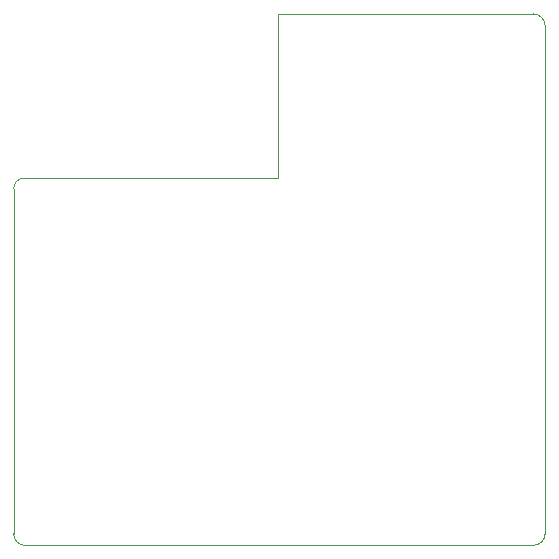
<source format=gbr>
%TF.GenerationSoftware,KiCad,Pcbnew,5.1.9+dfsg1-1*%
%TF.CreationDate,2022-09-05T14:40:43+03:00*%
%TF.ProjectId,Meteostation,4d657465-6f73-4746-9174-696f6e2e6b69,rev?*%
%TF.SameCoordinates,Original*%
%TF.FileFunction,Profile,NP*%
%FSLAX46Y46*%
G04 Gerber Fmt 4.6, Leading zero omitted, Abs format (unit mm)*
G04 Created by KiCad (PCBNEW 5.1.9+dfsg1-1) date 2022-09-05 14:40:43*
%MOMM*%
%LPD*%
G01*
G04 APERTURE LIST*
%TA.AperFunction,Profile*%
%ADD10C,0.050000*%
%TD*%
G04 APERTURE END LIST*
D10*
X19100000Y-74700000D02*
G75*
G02*
X20000000Y-73800000I900000J0D01*
G01*
X19100000Y-103900000D02*
X19100000Y-74700000D01*
X63100000Y-59900000D02*
X41500000Y-59900000D01*
X41500000Y-73800000D02*
X41500000Y-59900000D01*
X20000000Y-73800000D02*
X41500000Y-73800000D01*
X64100000Y-60900000D02*
G75*
G03*
X63100000Y-59900000I-1000000J0D01*
G01*
X63100000Y-104900000D02*
G75*
G03*
X64100000Y-103900000I0J1000000D01*
G01*
X19100000Y-103900000D02*
G75*
G03*
X20100000Y-104900000I1000000J0D01*
G01*
X64100000Y-103900000D02*
X64100000Y-60900000D01*
X20100000Y-104900000D02*
X63100000Y-104900000D01*
M02*

</source>
